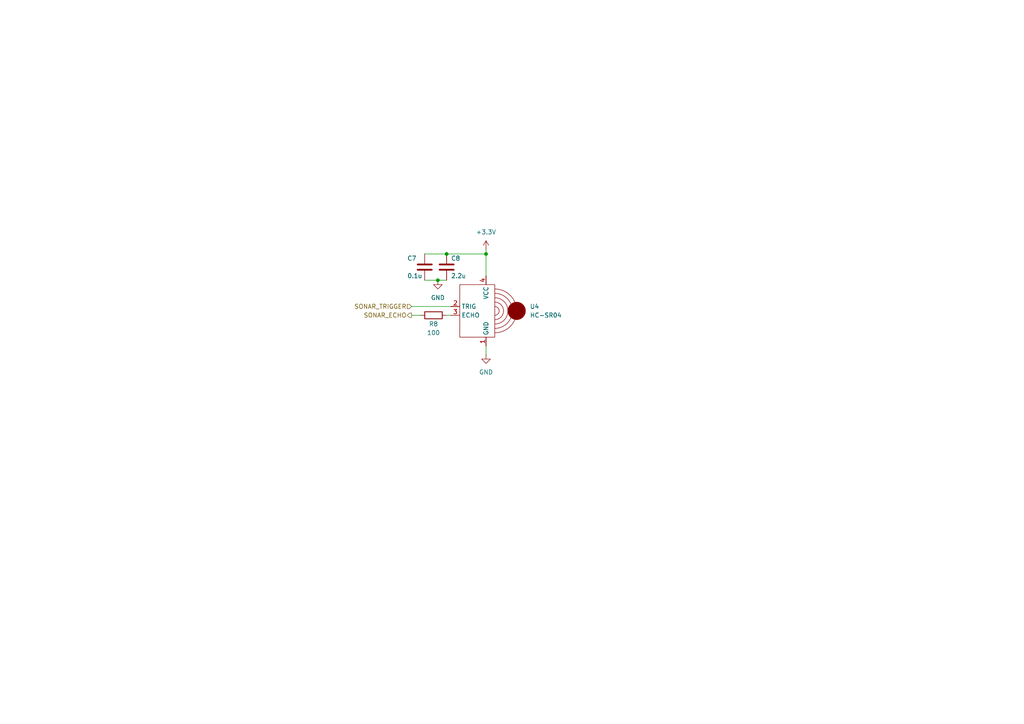
<source format=kicad_sch>
(kicad_sch (version 20230121) (generator eeschema)
  (paper "A4")
  (lib_symbols
    (symbol "Device:C" (pin_numbers hide) (pin_names (offset 0.254))
      (property "Reference" "C" (at 0.635 2.54 0))
      (property "Value" "C" (at 0.635 -2.54 0))
      (symbol "C_0_1"
        (polyline (pts (xy -2.032 -0.762) (xy 2.032 -0.762)) (stroke (width 0.508)))
        (polyline (pts (xy -2.032 0.762) (xy 2.032 0.762)) (stroke (width 0.508)))
      )
      (symbol "C_1_1"
        (pin passive line (at 0 3.81 270) (length 2.794) (name "~") (number "1"))
        (pin passive line (at 0 -3.81 90) (length 2.794) (name "~") (number "2"))
      )
    )
    (symbol "Device:R" (pin_numbers hide) (pin_names (offset 0))
      (property "Reference" "R" (at 2.032 0 90))
      (property "Value" "R" (at 0 0 90))
      (symbol "R_0_1"
        (rectangle (start -1.016 -2.54) (end 1.016 2.54) (stroke (width 0.254)))
      )
      (symbol "R_1_1"
        (pin passive line (at 0 3.81 270) (length 1.27) (name "~") (number "1"))
        (pin passive line (at 0 -3.81 90) (length 1.27) (name "~") (number "2"))
      )
    )
    (symbol "minimouse:HC-SR04"
      (property "Reference" "U" (at 0 0 0))
      (property "Value" "HC-SR04" (at 0 0 0))
      (symbol "HC-SR04_0_1"
        (rectangle (start -7.62 7.62) (end 2.54 -7.62))
        (arc (start 2.54 -6.35) (mid 7.0301 -4.4901) (end 8.89 0))
        (arc (start 2.54 -5.08) (mid 6.1321 -3.5921) (end 7.62 0))
        (arc (start 2.54 -3.81) (mid 5.2341 -2.6941) (end 6.35 0))
        (arc (start 2.54 -2.54) (mid 4.3361 -1.7961) (end 5.08 0))
        (arc (start 2.54 -1.27) (mid 3.438 -0.898) (end 3.81 0))
        (arc (start 3.81 0) (mid 3.438 0.898) (end 2.54 1.27))
        (arc (start 5.08 0) (mid 4.3361 1.7961) (end 2.54 2.54))
        (arc (start 6.35 0) (mid 5.2341 2.6941) (end 2.54 3.81))
        (arc (start 7.62 0) (mid 6.1321 3.5921) (end 2.54 5.08))
        (arc (start 8.89 0) (mid 7.0301 4.4901) (end 2.54 6.35))
      )
      (symbol "HC-SR04_1_1"
        (circle (center 8.89 0) (radius 2.54) (fill (type outline)))
        (pin power_in line (at 0 -10.16 90) (length 2.54) (name "GND") (number "1"))
        (pin input line (at -10.16 1.27 0) (length 2.54) (name "TRIG") (number "2"))
        (pin output line (at -10.16 -1.27 0) (length 2.54) (name "ECHO") (number "3"))
        (pin power_in line (at 0 10.16 270) (length 2.54) (name "VCC") (number "4"))
      )
    )
    (symbol "power:+3.3V" (power) (pin_names (offset 0))
      (property "Value" "+3.3V" (at 0 3.556 0))
      (symbol "+3.3V_0_1"
        (polyline (pts (xy -0.762 1.27) (xy 0 2.54)))
        (polyline (pts (xy 0 0) (xy 0 2.54)))
        (polyline (pts (xy 0 2.54) (xy 0.762 1.27)))
      )
      (symbol "+3.3V_1_1"
        (pin power_in line (at 0 0 90) (length 0) hide (name "+3.3V") (number "1"))
      )
    )
    (symbol "power:GND" (power) (pin_names (offset 0))
      (property "Value" "GND" (at 0 -3.81 0))
      (symbol "GND_0_1"
        (polyline (pts (xy 0 0) (xy 0 -1.27) (xy 1.27 -1.27) (xy 0 -2.54) (xy -1.27 -1.27) (xy 0 -1.27)))
      )
      (symbol "GND_1_1"
        (pin power_in line (at 0 0 270) (length 0) hide (name "GND") (number "1"))
      )
    )
  )
  (junction (at 129.54 73.66))
  (junction (at 140.97 73.66))
  (junction (at 127 81.28))
  (wire (pts (xy 129.54 91.44) (xy 130.81 91.44)))
  (wire (pts (xy 140.97 100.33) (xy 140.97 102.87)))
  (wire (pts (xy 127 81.28) (xy 129.54 81.28)))
  (wire (pts (xy 129.54 73.66) (xy 140.97 73.66)))
  (wire (pts (xy 123.19 81.28) (xy 127 81.28)))
  (wire (pts (xy 119.38 91.44) (xy 121.92 91.44)))
  (wire (pts (xy 140.97 72.39) (xy 140.97 73.66)))
  (wire (pts (xy 123.19 73.66) (xy 129.54 73.66)))
  (wire (pts (xy 140.97 73.66) (xy 140.97 80.01)))
  (wire (pts (xy 119.38 88.9) (xy 130.81 88.9)))
  (hierarchical_label "SONAR_TRIGGER" (shape input) (at 119.38 88.9 180))
  (hierarchical_label "SONAR_ECHO" (shape output) (at 119.38 91.44 180))
  (symbol (lib_id "Device:R") (at 125.73 91.44 90) (unit 1)
    (property "Reference" "R8" (at 125.73 93.98 90))
    (property "Value" "100" (at 125.73 96.52 90))
    (property "Footprint" "Resistor_SMD:R_0603_1608Metric" (effects hide))
    (instances (project "minimouse" (path "" (reference "R8") (unit 1)) (path "" (reference "R26") (unit 1))))
  )
  (symbol (lib_id "power:+3.3V") (at 140.97 72.39 0) (unit 1)
    (property "Reference" "#PWR015" (effects hide))
    (property "Value" "+3.3V" (at 140.97 67.31 0))
  )
  (symbol (lib_id "minimouse:HC-SR04") (at 140.97 90.17 0) (unit 1)
    (property "Reference" "U4" (at 153.67 88.9 0) (effects (justify left)))
    (property "Value" "HC-SR04" (at 153.67 91.44 0) (effects (justify left)))
    (property "Footprint" "minimouse:HC-SR04" (effects hide))
  )
  (symbol (lib_id "power:GND") (at 140.97 102.87 0) (unit 1)
    (property "Reference" "#PWR014" (effects hide))
    (property "Value" "GND" (at 140.97 107.95 0))
  )
  (symbol (lib_id "Device:C") (at 123.19 77.47 0) (unit 1)
    (property "Reference" "C7" (at 118.11 74.93 0) (effects (justify left)))
    (property "Value" "0.1u" (at 118.11 80.01 0) (effects (justify left)))
    (property "Footprint" "Capacitor_SMD:C_0603_1608Metric" (effects hide))
    (instances (project "minimouse" (path "" (reference "C7") (unit 1)) (path "" (reference "C11") (unit 1))))
  )
  (symbol (lib_id "Device:C") (at 129.54 77.47 0) (unit 1)
    (property "Reference" "C8" (at 130.81 74.93 0) (effects (justify left)))
    (property "Value" "2.2u" (at 130.81 80.01 0) (effects (justify left)))
    (property "Footprint" "Capacitor_SMD:C_0603_1608Metric" (effects hide))
    (instances (project "minimouse" (path "" (reference "C8") (unit 1)) (path "" (reference "C17") (unit 1)) (path "" (reference "C18") (unit 1)) (path "" (reference "C20") (unit 1))))
  )
  (symbol (lib_id "power:GND") (at 127 81.28 0) (unit 1)
    (property "Reference" "#PWR019" (effects hide))
    (property "Value" "GND" (at 127 86.36 0))
  )
)
</source>
